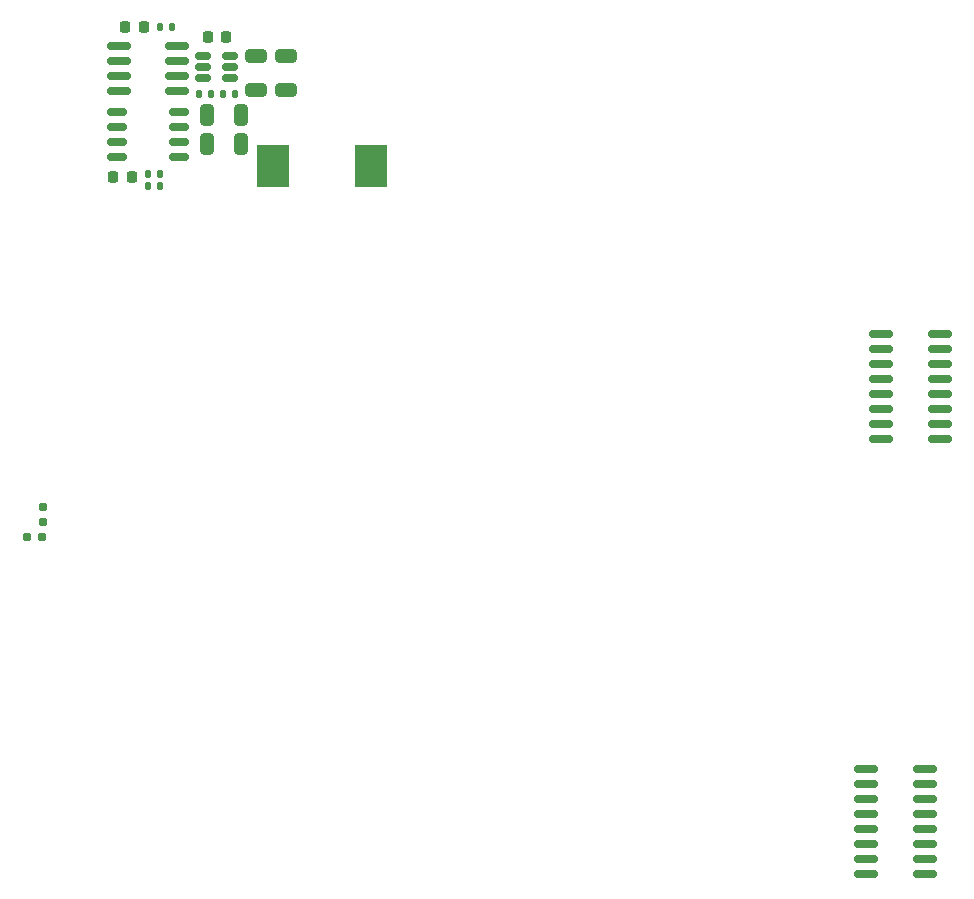
<source format=gbr>
%TF.GenerationSoftware,KiCad,Pcbnew,6.0.8-f2edbf62ab~116~ubuntu20.04.1*%
%TF.CreationDate,2022-10-25T18:56:43-07:00*%
%TF.ProjectId,Control_Board,436f6e74-726f-46c5-9f42-6f6172642e6b,rev?*%
%TF.SameCoordinates,Original*%
%TF.FileFunction,Paste,Top*%
%TF.FilePolarity,Positive*%
%FSLAX46Y46*%
G04 Gerber Fmt 4.6, Leading zero omitted, Abs format (unit mm)*
G04 Created by KiCad (PCBNEW 6.0.8-f2edbf62ab~116~ubuntu20.04.1) date 2022-10-25 18:56:43*
%MOMM*%
%LPD*%
G01*
G04 APERTURE LIST*
G04 Aperture macros list*
%AMRoundRect*
0 Rectangle with rounded corners*
0 $1 Rounding radius*
0 $2 $3 $4 $5 $6 $7 $8 $9 X,Y pos of 4 corners*
0 Add a 4 corners polygon primitive as box body*
4,1,4,$2,$3,$4,$5,$6,$7,$8,$9,$2,$3,0*
0 Add four circle primitives for the rounded corners*
1,1,$1+$1,$2,$3*
1,1,$1+$1,$4,$5*
1,1,$1+$1,$6,$7*
1,1,$1+$1,$8,$9*
0 Add four rect primitives between the rounded corners*
20,1,$1+$1,$2,$3,$4,$5,0*
20,1,$1+$1,$4,$5,$6,$7,0*
20,1,$1+$1,$6,$7,$8,$9,0*
20,1,$1+$1,$8,$9,$2,$3,0*%
G04 Aperture macros list end*
%ADD10R,2.700000X3.600000*%
%ADD11RoundRect,0.250000X-0.650000X0.325000X-0.650000X-0.325000X0.650000X-0.325000X0.650000X0.325000X0*%
%ADD12RoundRect,0.135000X0.135000X0.185000X-0.135000X0.185000X-0.135000X-0.185000X0.135000X-0.185000X0*%
%ADD13RoundRect,0.160000X0.197500X0.160000X-0.197500X0.160000X-0.197500X-0.160000X0.197500X-0.160000X0*%
%ADD14RoundRect,0.218750X0.218750X0.256250X-0.218750X0.256250X-0.218750X-0.256250X0.218750X-0.256250X0*%
%ADD15RoundRect,0.250000X-0.325000X-0.650000X0.325000X-0.650000X0.325000X0.650000X-0.325000X0.650000X0*%
%ADD16RoundRect,0.150000X-0.675000X-0.150000X0.675000X-0.150000X0.675000X0.150000X-0.675000X0.150000X0*%
%ADD17RoundRect,0.150000X-0.512500X-0.150000X0.512500X-0.150000X0.512500X0.150000X-0.512500X0.150000X0*%
%ADD18RoundRect,0.150000X-0.825000X-0.150000X0.825000X-0.150000X0.825000X0.150000X-0.825000X0.150000X0*%
%ADD19RoundRect,0.160000X-0.160000X0.197500X-0.160000X-0.197500X0.160000X-0.197500X0.160000X0.197500X0*%
%ADD20RoundRect,0.150000X0.825000X0.150000X-0.825000X0.150000X-0.825000X-0.150000X0.825000X-0.150000X0*%
%ADD21RoundRect,0.225000X-0.225000X-0.250000X0.225000X-0.250000X0.225000X0.250000X-0.225000X0.250000X0*%
G04 APERTURE END LIST*
D10*
%TO.C,L1*%
X72398000Y-47371000D03*
X64098000Y-47371000D03*
%TD*%
D11*
%TO.C,C2*%
X65229000Y-38022000D03*
X65229000Y-40972000D03*
%TD*%
D12*
%TO.C,R6*%
X54563000Y-49022000D03*
X53543000Y-49022000D03*
%TD*%
D13*
%TO.C,R2*%
X44539500Y-78740000D03*
X43344500Y-78740000D03*
%TD*%
D14*
%TO.C,D2*%
X52173500Y-48260000D03*
X50598500Y-48260000D03*
%TD*%
D15*
%TO.C,C5*%
X58518000Y-45466000D03*
X61468000Y-45466000D03*
%TD*%
D16*
%TO.C,Q2*%
X50920000Y-42799000D03*
X50920000Y-44069000D03*
X50920000Y-45339000D03*
X50920000Y-46609000D03*
X56170000Y-46609000D03*
X56170000Y-45339000D03*
X56170000Y-44069000D03*
X56170000Y-42799000D03*
%TD*%
D12*
%TO.C,R7*%
X54563000Y-48006000D03*
X53543000Y-48006000D03*
%TD*%
%TO.C,R4*%
X58881000Y-41275000D03*
X57861000Y-41275000D03*
%TD*%
D14*
%TO.C,D1*%
X53189500Y-35560000D03*
X51614500Y-35560000D03*
%TD*%
D12*
%TO.C,R5*%
X60913000Y-41275000D03*
X59893000Y-41275000D03*
%TD*%
D17*
%TO.C,U3*%
X58249500Y-38039000D03*
X58249500Y-38989000D03*
X58249500Y-39939000D03*
X60524500Y-39939000D03*
X60524500Y-38989000D03*
X60524500Y-38039000D03*
%TD*%
D18*
%TO.C,U2*%
X115635000Y-61595000D03*
X115635000Y-62865000D03*
X115635000Y-64135000D03*
X115635000Y-65405000D03*
X115635000Y-66675000D03*
X115635000Y-67945000D03*
X115635000Y-69215000D03*
X115635000Y-70485000D03*
X120585000Y-70485000D03*
X120585000Y-69215000D03*
X120585000Y-67945000D03*
X120585000Y-66675000D03*
X120585000Y-65405000D03*
X120585000Y-64135000D03*
X120585000Y-62865000D03*
X120585000Y-61595000D03*
%TD*%
D15*
%TO.C,C4*%
X58518000Y-43053000D03*
X61468000Y-43053000D03*
%TD*%
D19*
%TO.C,R1*%
X44704000Y-76275000D03*
X44704000Y-77470000D03*
%TD*%
D11*
%TO.C,C1*%
X62689000Y-38022000D03*
X62689000Y-40972000D03*
%TD*%
D20*
%TO.C,Q1*%
X56020000Y-41021000D03*
X56020000Y-39751000D03*
X56020000Y-38481000D03*
X56020000Y-37211000D03*
X51070000Y-37211000D03*
X51070000Y-38481000D03*
X51070000Y-39751000D03*
X51070000Y-41021000D03*
%TD*%
D21*
%TO.C,C3*%
X58612000Y-36449000D03*
X60162000Y-36449000D03*
%TD*%
D12*
%TO.C,R3*%
X55579000Y-35560000D03*
X54559000Y-35560000D03*
%TD*%
D18*
%TO.C,U1*%
X114365000Y-98425000D03*
X114365000Y-99695000D03*
X114365000Y-100965000D03*
X114365000Y-102235000D03*
X114365000Y-103505000D03*
X114365000Y-104775000D03*
X114365000Y-106045000D03*
X114365000Y-107315000D03*
X119315000Y-107315000D03*
X119315000Y-106045000D03*
X119315000Y-104775000D03*
X119315000Y-103505000D03*
X119315000Y-102235000D03*
X119315000Y-100965000D03*
X119315000Y-99695000D03*
X119315000Y-98425000D03*
%TD*%
M02*

</source>
